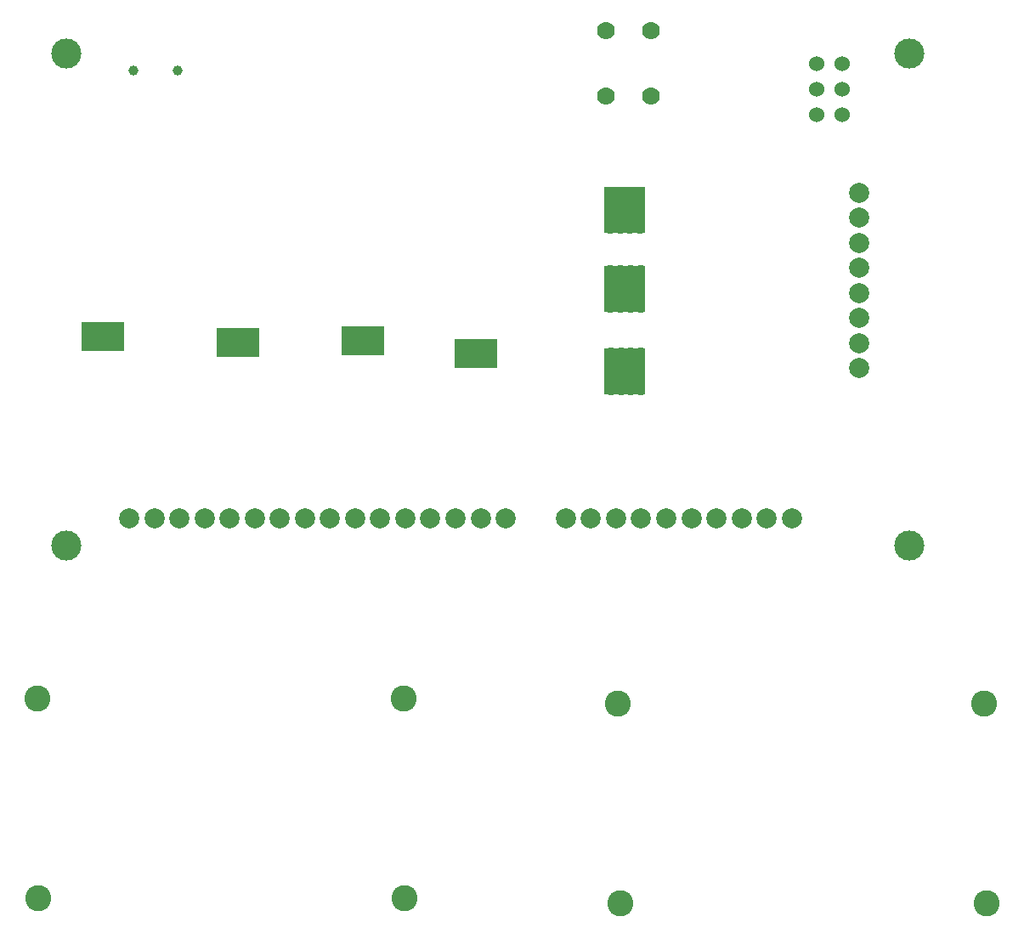
<source format=gbs>
G04 #@! TF.FileFunction,Soldermask,Bot*
%FSLAX46Y46*%
G04 Gerber Fmt 4.6, Leading zero omitted, Abs format (unit mm)*
G04 Created by KiCad (PCBNEW (2015-08-20 BZR 6109)-product) date Wed 02 Sep 2015 10:01:10 PM PDT*
%MOMM*%
G01*
G04 APERTURE LIST*
%ADD10C,0.150000*%
%ADD11C,1.778000*%
%ADD12C,3.000000*%
%ADD13C,2.000000*%
%ADD14C,1.524000*%
%ADD15C,1.000760*%
%ADD16C,0.400000*%
%ADD17R,4.320000X3.000000*%
%ADD18C,0.780000*%
%ADD19R,4.055000X4.560000*%
%ADD20C,2.600000*%
G04 APERTURE END LIST*
D10*
D11*
X219750000Y-32250000D03*
X224250000Y-32250000D03*
X219750000Y-25750000D03*
X224250000Y-25750000D03*
D12*
X250000000Y-77000000D03*
X166000000Y-77000000D03*
X250000000Y-28000000D03*
X166000000Y-28000000D03*
D13*
X194750000Y-74300000D03*
X192250000Y-74300000D03*
X202250000Y-74300000D03*
X204750000Y-74300000D03*
X209750000Y-74300000D03*
X207250000Y-74300000D03*
X197250000Y-74300000D03*
X199750000Y-74300000D03*
X179750000Y-74300000D03*
X177250000Y-74300000D03*
X187250000Y-74300000D03*
X189750000Y-74300000D03*
X184750000Y-74300000D03*
X182250000Y-74300000D03*
X172250000Y-74300000D03*
X174750000Y-74300000D03*
X238250000Y-74300000D03*
X235750000Y-74300000D03*
X223250000Y-74300000D03*
X220750000Y-74300000D03*
X230750000Y-74300000D03*
X233250000Y-74300000D03*
X228250000Y-74300000D03*
X225750000Y-74300000D03*
X215750000Y-74300000D03*
X218250000Y-74300000D03*
D14*
X240730000Y-29060000D03*
X240730000Y-31600000D03*
X240730000Y-34140000D03*
X243270000Y-34140000D03*
X243270000Y-31600000D03*
X243270000Y-29060000D03*
D13*
X244940000Y-51850000D03*
X244940000Y-54350000D03*
X244940000Y-44350000D03*
X244940000Y-41850000D03*
X244940000Y-46850000D03*
X244940000Y-49350000D03*
X244940000Y-59350000D03*
X244940000Y-56850000D03*
D15*
X172700360Y-29699440D03*
X177099640Y-29699440D03*
D16*
X195100000Y-56600000D03*
X194400000Y-56600000D03*
X193700000Y-56600000D03*
X195800000Y-56600000D03*
X196500000Y-56600000D03*
X197200000Y-56600000D03*
X197200000Y-56000000D03*
X196500000Y-56000000D03*
X195800000Y-56000000D03*
X193700000Y-56000000D03*
X194400000Y-56000000D03*
X195100000Y-56000000D03*
X195100000Y-55400000D03*
X194400000Y-55400000D03*
X193700000Y-55400000D03*
X195800000Y-55400000D03*
X196500000Y-55400000D03*
X197200000Y-55400000D03*
X197200000Y-57200000D03*
X196500000Y-57200000D03*
X195800000Y-57200000D03*
X193700000Y-57200000D03*
X194400000Y-57200000D03*
X195100000Y-57200000D03*
X195100000Y-57800000D03*
X194400000Y-57800000D03*
X193700000Y-57800000D03*
X195800000Y-57800000D03*
X196500000Y-57800000D03*
X197200000Y-57800000D03*
D17*
X195500000Y-56600000D03*
D16*
X169200000Y-56200000D03*
X168500000Y-56200000D03*
X167800000Y-56200000D03*
X169900000Y-56200000D03*
X170600000Y-56200000D03*
X171300000Y-56200000D03*
X171300000Y-55600000D03*
X170600000Y-55600000D03*
X169900000Y-55600000D03*
X167800000Y-55600000D03*
X168500000Y-55600000D03*
X169200000Y-55600000D03*
X169200000Y-55000000D03*
X168500000Y-55000000D03*
X167800000Y-55000000D03*
X169900000Y-55000000D03*
X170600000Y-55000000D03*
X171300000Y-55000000D03*
X171300000Y-56800000D03*
X170600000Y-56800000D03*
X169900000Y-56800000D03*
X167800000Y-56800000D03*
X168500000Y-56800000D03*
X169200000Y-56800000D03*
X169200000Y-57400000D03*
X168500000Y-57400000D03*
X167800000Y-57400000D03*
X169900000Y-57400000D03*
X170600000Y-57400000D03*
X171300000Y-57400000D03*
D17*
X169600000Y-56200000D03*
D16*
X206400000Y-57900000D03*
X205700000Y-57900000D03*
X205000000Y-57900000D03*
X207100000Y-57900000D03*
X207800000Y-57900000D03*
X208500000Y-57900000D03*
X208500000Y-57300000D03*
X207800000Y-57300000D03*
X207100000Y-57300000D03*
X205000000Y-57300000D03*
X205700000Y-57300000D03*
X206400000Y-57300000D03*
X206400000Y-56700000D03*
X205700000Y-56700000D03*
X205000000Y-56700000D03*
X207100000Y-56700000D03*
X207800000Y-56700000D03*
X208500000Y-56700000D03*
X208500000Y-58500000D03*
X207800000Y-58500000D03*
X207100000Y-58500000D03*
X205000000Y-58500000D03*
X205700000Y-58500000D03*
X206400000Y-58500000D03*
X206400000Y-59100000D03*
X205700000Y-59100000D03*
X205000000Y-59100000D03*
X207100000Y-59100000D03*
X207800000Y-59100000D03*
X208500000Y-59100000D03*
D17*
X206800000Y-57900000D03*
D16*
X182700000Y-56800000D03*
X182000000Y-56800000D03*
X181300000Y-56800000D03*
X183400000Y-56800000D03*
X184100000Y-56800000D03*
X184800000Y-56800000D03*
X184800000Y-56200000D03*
X184100000Y-56200000D03*
X183400000Y-56200000D03*
X181300000Y-56200000D03*
X182000000Y-56200000D03*
X182700000Y-56200000D03*
X182700000Y-55600000D03*
X182000000Y-55600000D03*
X181300000Y-55600000D03*
X183400000Y-55600000D03*
X184100000Y-55600000D03*
X184800000Y-55600000D03*
X184800000Y-57400000D03*
X184100000Y-57400000D03*
X183400000Y-57400000D03*
X181300000Y-57400000D03*
X182000000Y-57400000D03*
X182700000Y-57400000D03*
X182700000Y-58000000D03*
X182000000Y-58000000D03*
X181300000Y-58000000D03*
X183400000Y-58000000D03*
X184100000Y-58000000D03*
X184800000Y-58000000D03*
D17*
X183100000Y-56800000D03*
D18*
X223140000Y-45600000D03*
X220140000Y-41600000D03*
X221140000Y-41600000D03*
X222140000Y-41600000D03*
X220140000Y-45600000D03*
X221140000Y-43600000D03*
X222140000Y-43600000D03*
X223140000Y-42600000D03*
X223140000Y-41600000D03*
X222140000Y-42600000D03*
X221140000Y-42600000D03*
X220140000Y-42600000D03*
X220140000Y-44600000D03*
X221140000Y-44600000D03*
X222140000Y-44600000D03*
X223140000Y-43600000D03*
X223140000Y-44600000D03*
X222140000Y-45600000D03*
X221140000Y-45600000D03*
X220140000Y-43600000D03*
D19*
X221557500Y-43600000D03*
D18*
X223180000Y-53450000D03*
X220180000Y-49450000D03*
X221180000Y-49450000D03*
X222180000Y-49450000D03*
X220180000Y-53450000D03*
X221180000Y-51450000D03*
X222180000Y-51450000D03*
X223180000Y-50450000D03*
X223180000Y-49450000D03*
X222180000Y-50450000D03*
X221180000Y-50450000D03*
X220180000Y-50450000D03*
X220180000Y-52450000D03*
X221180000Y-52450000D03*
X222180000Y-52450000D03*
X223180000Y-51450000D03*
X223180000Y-52450000D03*
X222180000Y-53450000D03*
X221180000Y-53450000D03*
X220180000Y-51450000D03*
D19*
X221597500Y-51450000D03*
D18*
X223220000Y-61680000D03*
X220220000Y-57680000D03*
X221220000Y-57680000D03*
X222220000Y-57680000D03*
X220220000Y-61680000D03*
X221220000Y-59680000D03*
X222220000Y-59680000D03*
X223220000Y-58680000D03*
X223220000Y-57680000D03*
X222220000Y-58680000D03*
X221220000Y-58680000D03*
X220220000Y-58680000D03*
X220220000Y-60680000D03*
X221220000Y-60680000D03*
X222220000Y-60680000D03*
X223220000Y-59680000D03*
X223220000Y-60680000D03*
X222220000Y-61680000D03*
X221220000Y-61680000D03*
X220220000Y-59680000D03*
D19*
X221637500Y-59680000D03*
D20*
X199600000Y-92300000D03*
X163100000Y-92300000D03*
X257400000Y-92800000D03*
X220900000Y-92800000D03*
X199700000Y-112200000D03*
X163200000Y-112200000D03*
X257700000Y-112700000D03*
X221200000Y-112700000D03*
M02*

</source>
